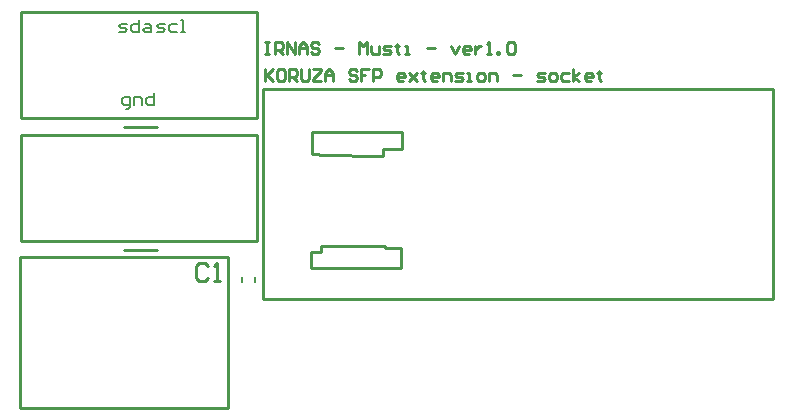
<source format=gto>
%FSAX24Y24*%
%MOIN*%
G70*
G01*
G75*
G04 Layer_Color=65535*
%ADD10R,0.0787X0.0197*%
%ADD11R,0.0354X0.0787*%
%ADD12R,0.0512X0.0433*%
%ADD13C,0.0200*%
%ADD14C,0.0100*%
%ADD15C,0.0551*%
%ADD16R,0.0787X0.0787*%
%ADD17C,0.0610*%
%ADD18C,0.0709*%
%ADD19R,0.0639X0.0639*%
%ADD20R,0.0866X0.1181*%
%ADD21C,0.1260*%
%ADD22C,0.0300*%
%ADD23C,0.0500*%
%ADD24C,0.0079*%
%ADD25C,0.0080*%
D14*
X045200Y024050D02*
X047520D01*
X045200D02*
Y031040D01*
X062180D01*
Y024050D02*
Y031040D01*
X047520Y024050D02*
X062180D01*
X049780Y025091D02*
Y025741D01*
X049268D02*
X049780D01*
X049258Y025820D02*
X049268Y025741D01*
X047122Y025820D02*
X049258D01*
X047122Y025603D02*
Y025820D01*
X046797Y025603D02*
X047122D01*
X047033Y028890D02*
X047102Y028831D01*
X046817Y028890D02*
X047033D01*
X046817D02*
Y029599D01*
X049829D01*
Y029048D02*
Y029599D01*
X049179Y029048D02*
X049829D01*
X049179Y028821D02*
Y029048D01*
X047102Y028831D02*
X049179Y028821D01*
X046797Y025091D02*
X049780D01*
X046797D02*
Y025603D01*
X040568Y025663D02*
X041670D01*
X037113Y025978D02*
Y029522D01*
X044987D01*
Y025978D02*
Y029512D01*
X037113Y025978D02*
X044987D01*
X040568Y029763D02*
X041670D01*
X037113Y030078D02*
Y033622D01*
X044987D01*
Y030078D02*
Y033612D01*
X037113Y030078D02*
X044987D01*
X037108Y020393D02*
X044014D01*
X044018Y025452D01*
X037108D02*
X044018D01*
X037108Y020393D02*
Y025452D01*
X043350Y025150D02*
X043250Y025250D01*
X043050D01*
X042950Y025150D01*
Y024750D01*
X043050Y024650D01*
X043250D01*
X043350Y024750D01*
X043550Y024650D02*
X043750D01*
X043650D01*
Y025250D01*
X043550Y025150D01*
X045250Y032600D02*
X045383D01*
X045317D01*
Y032200D01*
X045250D01*
X045383D01*
X045583D02*
Y032600D01*
X045783D01*
X045850Y032533D01*
Y032400D01*
X045783Y032333D01*
X045583D01*
X045717D02*
X045850Y032200D01*
X045983D02*
Y032600D01*
X046250Y032200D01*
Y032600D01*
X046383Y032200D02*
Y032467D01*
X046516Y032600D01*
X046650Y032467D01*
Y032200D01*
Y032400D01*
X046383D01*
X047049Y032533D02*
X046983Y032600D01*
X046849D01*
X046783Y032533D01*
Y032467D01*
X046849Y032400D01*
X046983D01*
X047049Y032333D01*
Y032267D01*
X046983Y032200D01*
X046849D01*
X046783Y032267D01*
X047583Y032400D02*
X047849D01*
X048382Y032200D02*
Y032600D01*
X048516Y032467D01*
X048649Y032600D01*
Y032200D01*
X048782Y032467D02*
Y032267D01*
X048849Y032200D01*
X049049D01*
Y032467D01*
X049182Y032200D02*
X049382D01*
X049449Y032267D01*
X049382Y032333D01*
X049249D01*
X049182Y032400D01*
X049249Y032467D01*
X049449D01*
X049649Y032533D02*
Y032467D01*
X049582D01*
X049715D01*
X049649D01*
Y032267D01*
X049715Y032200D01*
X049915D02*
X050048D01*
X049982D01*
Y032467D01*
X049915D01*
X050648Y032400D02*
X050915D01*
X051448Y032467D02*
X051581Y032200D01*
X051715Y032467D01*
X052048Y032200D02*
X051915D01*
X051848Y032267D01*
Y032400D01*
X051915Y032467D01*
X052048D01*
X052114Y032400D01*
Y032333D01*
X051848D01*
X052248Y032467D02*
Y032200D01*
Y032333D01*
X052314Y032400D01*
X052381Y032467D01*
X052448D01*
X052648Y032200D02*
X052781D01*
X052714D01*
Y032600D01*
X052648Y032533D01*
X052981Y032200D02*
Y032267D01*
X053047D01*
Y032200D01*
X052981D01*
X053314Y032533D02*
X053381Y032600D01*
X053514D01*
X053581Y032533D01*
Y032267D01*
X053514Y032200D01*
X053381D01*
X053314Y032267D01*
Y032533D01*
X045250Y031700D02*
Y031300D01*
Y031433D01*
X045517Y031700D01*
X045317Y031500D01*
X045517Y031300D01*
X045850Y031700D02*
X045717D01*
X045650Y031633D01*
Y031367D01*
X045717Y031300D01*
X045850D01*
X045916Y031367D01*
Y031633D01*
X045850Y031700D01*
X046050Y031300D02*
Y031700D01*
X046250D01*
X046316Y031633D01*
Y031500D01*
X046250Y031433D01*
X046050D01*
X046183D02*
X046316Y031300D01*
X046450Y031700D02*
Y031367D01*
X046516Y031300D01*
X046650D01*
X046716Y031367D01*
Y031700D01*
X046849D02*
X047116D01*
Y031633D01*
X046849Y031367D01*
Y031300D01*
X047116D01*
X047249D02*
Y031567D01*
X047383Y031700D01*
X047516Y031567D01*
Y031300D01*
Y031500D01*
X047249D01*
X048316Y031633D02*
X048249Y031700D01*
X048116D01*
X048049Y031633D01*
Y031567D01*
X048116Y031500D01*
X048249D01*
X048316Y031433D01*
Y031367D01*
X048249Y031300D01*
X048116D01*
X048049Y031367D01*
X048716Y031700D02*
X048449D01*
Y031500D01*
X048582D01*
X048449D01*
Y031300D01*
X048849D02*
Y031700D01*
X049049D01*
X049115Y031633D01*
Y031500D01*
X049049Y031433D01*
X048849D01*
X049849Y031300D02*
X049715D01*
X049649Y031367D01*
Y031500D01*
X049715Y031567D01*
X049849D01*
X049915Y031500D01*
Y031433D01*
X049649D01*
X050048Y031567D02*
X050315Y031300D01*
X050182Y031433D01*
X050315Y031567D01*
X050048Y031300D01*
X050515Y031633D02*
Y031567D01*
X050448D01*
X050582D01*
X050515D01*
Y031367D01*
X050582Y031300D01*
X050981D02*
X050848D01*
X050782Y031367D01*
Y031500D01*
X050848Y031567D01*
X050981D01*
X051048Y031500D01*
Y031433D01*
X050782D01*
X051181Y031300D02*
Y031567D01*
X051381D01*
X051448Y031500D01*
Y031300D01*
X051581D02*
X051781D01*
X051848Y031367D01*
X051781Y031433D01*
X051648D01*
X051581Y031500D01*
X051648Y031567D01*
X051848D01*
X051981Y031300D02*
X052114D01*
X052048D01*
Y031567D01*
X051981D01*
X052381Y031300D02*
X052514D01*
X052581Y031367D01*
Y031500D01*
X052514Y031567D01*
X052381D01*
X052314Y031500D01*
Y031367D01*
X052381Y031300D01*
X052714D02*
Y031567D01*
X052914D01*
X052981Y031500D01*
Y031300D01*
X053514Y031500D02*
X053781D01*
X054314Y031300D02*
X054514D01*
X054580Y031367D01*
X054514Y031433D01*
X054380D01*
X054314Y031500D01*
X054380Y031567D01*
X054580D01*
X054780Y031300D02*
X054914D01*
X054980Y031367D01*
Y031500D01*
X054914Y031567D01*
X054780D01*
X054714Y031500D01*
Y031367D01*
X054780Y031300D01*
X055380Y031567D02*
X055180D01*
X055113Y031500D01*
Y031367D01*
X055180Y031300D01*
X055380D01*
X055513D02*
Y031700D01*
Y031433D02*
X055713Y031567D01*
X055513Y031433D02*
X055713Y031300D01*
X056113D02*
X055980D01*
X055913Y031367D01*
Y031500D01*
X055980Y031567D01*
X056113D01*
X056180Y031500D01*
Y031433D01*
X055913D01*
X056380Y031633D02*
Y031567D01*
X056313D01*
X056446D01*
X056380D01*
Y031367D01*
X056446Y031300D01*
D24*
X044483Y024621D02*
Y024779D01*
X044917Y024621D02*
Y024779D01*
D25*
X040633Y030367D02*
X040700D01*
X040767Y030433D01*
Y030767D01*
X040567D01*
X040500Y030700D01*
Y030567D01*
X040567Y030500D01*
X040767D01*
X040900D02*
Y030767D01*
X041100D01*
X041166Y030700D01*
Y030500D01*
X041566Y030900D02*
Y030500D01*
X041366D01*
X041300Y030567D01*
Y030700D01*
X041366Y030767D01*
X041566D01*
X041650Y032950D02*
X041850D01*
X041917Y033017D01*
X041850Y033083D01*
X041717D01*
X041650Y033150D01*
X041717Y033217D01*
X041917D01*
X042316D02*
X042117D01*
X042050Y033150D01*
Y033017D01*
X042117Y032950D01*
X042316D01*
X042450D02*
X042583D01*
X042516D01*
Y033350D01*
X042450D01*
X040400Y032950D02*
X040600D01*
X040667Y033017D01*
X040600Y033083D01*
X040467D01*
X040400Y033150D01*
X040467Y033217D01*
X040667D01*
X041066Y033350D02*
Y032950D01*
X040867D01*
X040800Y033017D01*
Y033150D01*
X040867Y033217D01*
X041066D01*
X041266D02*
X041400D01*
X041466Y033150D01*
Y032950D01*
X041266D01*
X041200Y033017D01*
X041266Y033083D01*
X041466D01*
M02*

</source>
